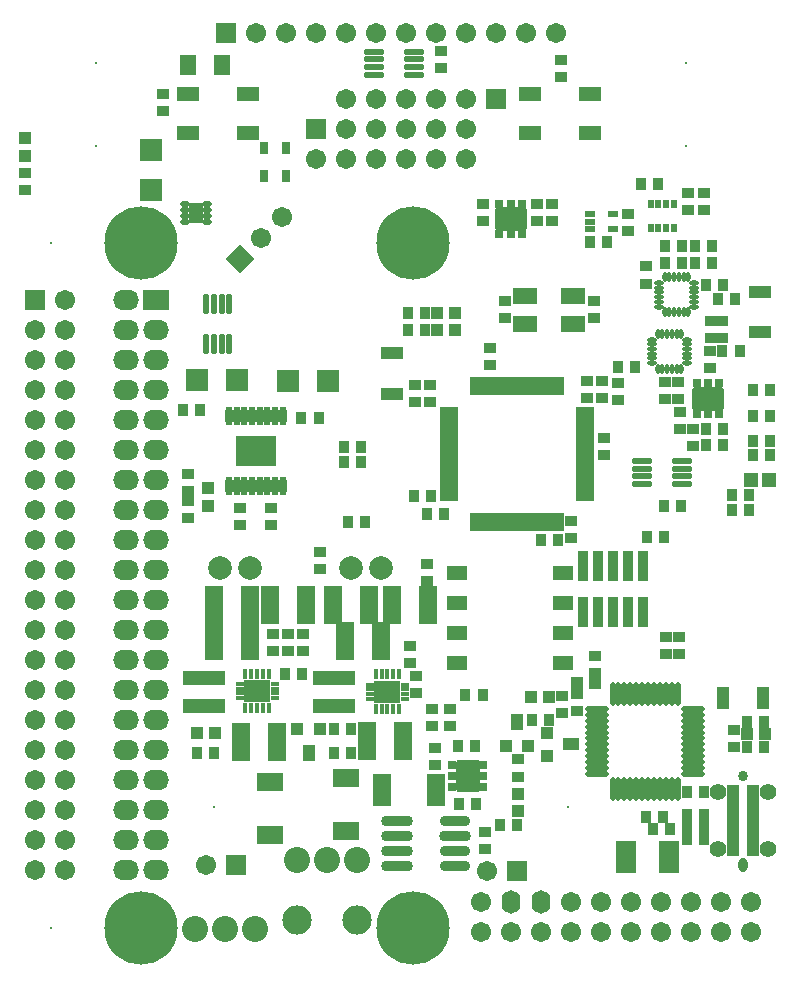
<source format=gts>
G04*
G04 #@! TF.GenerationSoftware,Altium Limited,Altium Designer,21.0.8 (223)*
G04*
G04 Layer_Color=8388736*
%FSLAX25Y25*%
%MOIN*%
G70*
G04*
G04 #@! TF.SameCoordinates,C8F2EFAD-F301-47D2-81E3-A82B1A8C5C35*
G04*
G04*
G04 #@! TF.FilePolarity,Negative*
G04*
G01*
G75*
%ADD87R,0.02850X0.01550*%
%ADD88R,0.03950X0.03950*%
%ADD89R,0.03950X0.03753*%
%ADD90R,0.03753X0.03950*%
%ADD91R,0.06509X0.10839*%
%ADD92R,0.07887X0.05524*%
%ADD93R,0.04737X0.07099*%
G04:AMPARAMS|DCode=94|XSize=17.84mil|YSize=31.62mil|CornerRadius=8.92mil|HoleSize=0mil|Usage=FLASHONLY|Rotation=90.000|XOffset=0mil|YOffset=0mil|HoleType=Round|Shape=RoundedRectangle|*
%AMROUNDEDRECTD94*
21,1,0.01784,0.01378,0,0,90.0*
21,1,0.00000,0.03162,0,0,90.0*
1,1,0.01784,0.00689,0.00000*
1,1,0.01784,0.00689,0.00000*
1,1,0.01784,-0.00689,0.00000*
1,1,0.01784,-0.00689,0.00000*
%
%ADD94ROUNDEDRECTD94*%
%ADD95O,0.01981X0.07099*%
%ADD96R,0.02769X0.02572*%
G04:AMPARAMS|DCode=97|XSize=76.9mil|YSize=106.42mil|CornerRadius=7.45mil|HoleSize=0mil|Usage=FLASHONLY|Rotation=180.000|XOffset=0mil|YOffset=0mil|HoleType=Round|Shape=RoundedRectangle|*
%AMROUNDEDRECTD97*
21,1,0.07690,0.09153,0,0,180.0*
21,1,0.06201,0.10642,0,0,180.0*
1,1,0.01489,-0.03100,0.04577*
1,1,0.01489,0.03100,0.04577*
1,1,0.01489,0.03100,-0.04577*
1,1,0.01489,-0.03100,-0.04577*
%
%ADD97ROUNDEDRECTD97*%
%ADD98R,0.02572X0.02769*%
G04:AMPARAMS|DCode=99|XSize=76.9mil|YSize=106.42mil|CornerRadius=7.45mil|HoleSize=0mil|Usage=FLASHONLY|Rotation=90.000|XOffset=0mil|YOffset=0mil|HoleType=Round|Shape=RoundedRectangle|*
%AMROUNDEDRECTD99*
21,1,0.07690,0.09153,0,0,90.0*
21,1,0.06201,0.10642,0,0,90.0*
1,1,0.01489,0.04577,0.03100*
1,1,0.01489,0.04577,-0.03100*
1,1,0.01489,-0.04577,-0.03100*
1,1,0.01489,-0.04577,0.03100*
%
%ADD99ROUNDEDRECTD99*%
%ADD100O,0.01654X0.03701*%
%ADD101R,0.09016X0.07244*%
%ADD102R,0.13753X0.10288*%
%ADD103O,0.02572X0.06312*%
%ADD104O,0.07099X0.01981*%
%ADD105R,0.03556X0.02375*%
%ADD106R,0.02178X0.02769*%
G04:AMPARAMS|DCode=107|XSize=31.62mil|YSize=17.06mil|CornerRadius=8.53mil|HoleSize=0mil|Usage=FLASHONLY|Rotation=0.000|XOffset=0mil|YOffset=0mil|HoleType=Round|Shape=RoundedRectangle|*
%AMROUNDEDRECTD107*
21,1,0.03162,0.00000,0,0,0.0*
21,1,0.01456,0.01706,0,0,0.0*
1,1,0.01706,0.00728,0.00000*
1,1,0.01706,-0.00728,0.00000*
1,1,0.01706,-0.00728,0.00000*
1,1,0.01706,0.00728,0.00000*
%
%ADD107ROUNDEDRECTD107*%
G04:AMPARAMS|DCode=108|XSize=31.62mil|YSize=17.06mil|CornerRadius=8.53mil|HoleSize=0mil|Usage=FLASHONLY|Rotation=270.000|XOffset=0mil|YOffset=0mil|HoleType=Round|Shape=RoundedRectangle|*
%AMROUNDEDRECTD108*
21,1,0.03162,0.00000,0,0,270.0*
21,1,0.01456,0.01706,0,0,270.0*
1,1,0.01706,0.00000,-0.00728*
1,1,0.01706,0.00000,0.00728*
1,1,0.01706,0.00000,0.00728*
1,1,0.01706,0.00000,-0.00728*
%
%ADD108ROUNDEDRECTD108*%
%ADD109O,0.01981X0.07887*%
%ADD110O,0.07887X0.01981*%
%ADD111R,0.08800X0.06300*%
%ADD112R,0.06706X0.05131*%
%ADD113R,0.03950X0.07493*%
%ADD114R,0.07493X0.03950*%
%ADD115R,0.07200X0.07800*%
%ADD116R,0.04400X0.04400*%
%ADD117R,0.04400X0.05800*%
%ADD118R,0.04400X0.04400*%
%ADD119R,0.05800X0.04400*%
%ADD120R,0.03792X0.10249*%
%ADD121R,0.14200X0.04600*%
%ADD122R,0.04147X0.01981*%
%ADD123R,0.04700X0.04800*%
%ADD124R,0.03950X0.03950*%
%ADD125R,0.02965X0.04147*%
%ADD126R,0.07493X0.04737*%
%ADD127R,0.07493X0.04737*%
%ADD128R,0.05524X0.06706*%
%ADD129R,0.06300X0.11036*%
%ADD130R,0.07800X0.07200*%
%ADD131R,0.06200X0.12800*%
%ADD132R,0.02150X0.06115*%
%ADD133R,0.06115X0.02150*%
%ADD134O,0.10642X0.03556*%
%ADD135O,0.10249X0.03556*%
%ADD136C,0.08674*%
%ADD137C,0.09800*%
%ADD138C,0.06706*%
%ADD139R,0.06706X0.06706*%
%ADD140R,0.06706X0.06706*%
%ADD141C,0.24422*%
%ADD142O,0.08674X0.06706*%
%ADD143R,0.08674X0.06706*%
%ADD144C,0.05524*%
%ADD145C,0.03398*%
%ADD146O,0.03084X0.04737*%
%ADD147C,0.07887*%
%ADD148P,0.09483X4X90.0*%
%ADD149C,0.00800*%
%ADD150O,0.06300X0.07800*%
D87*
X156679Y131620D02*
D03*
Y136370D02*
D03*
Y134795D02*
D03*
Y133207D02*
D03*
X145029D02*
D03*
Y134795D02*
D03*
Y136370D02*
D03*
Y131620D02*
D03*
X113262Y131818D02*
D03*
Y136568D02*
D03*
Y134993D02*
D03*
Y133406D02*
D03*
X101612D02*
D03*
Y134993D02*
D03*
Y136568D02*
D03*
Y131818D02*
D03*
D88*
X219909Y136921D02*
D03*
X214003D02*
D03*
X198817Y132150D02*
D03*
X204723D02*
D03*
X87525Y120240D02*
D03*
X93430D02*
D03*
X167492Y260365D02*
D03*
X173397D02*
D03*
X167465Y254459D02*
D03*
X173370D02*
D03*
X276670Y119707D02*
D03*
X270765D02*
D03*
D89*
X214028Y127494D02*
D03*
Y133203D02*
D03*
X208969Y126908D02*
D03*
Y132616D02*
D03*
X266211Y115520D02*
D03*
Y121228D02*
D03*
X29985Y301047D02*
D03*
Y306756D02*
D03*
X128351Y180575D02*
D03*
Y174866D02*
D03*
X205858Y296578D02*
D03*
Y290869D02*
D03*
X165701Y122504D02*
D03*
Y128213D02*
D03*
X122830Y147514D02*
D03*
Y153222D02*
D03*
X117712D02*
D03*
Y147514D02*
D03*
X112594D02*
D03*
Y153222D02*
D03*
X84205Y200850D02*
D03*
Y206559D02*
D03*
X84214Y197504D02*
D03*
Y191795D02*
D03*
X168797Y347534D02*
D03*
Y341825D02*
D03*
X243601Y152347D02*
D03*
Y146638D02*
D03*
X248017Y152169D02*
D03*
Y146460D02*
D03*
X194244Y111386D02*
D03*
Y105677D02*
D03*
X223000Y218590D02*
D03*
Y212881D02*
D03*
X164085Y176638D02*
D03*
Y170929D02*
D03*
X171561Y122515D02*
D03*
Y128223D02*
D03*
X166656Y115323D02*
D03*
Y109614D02*
D03*
X182649Y290869D02*
D03*
Y296578D02*
D03*
X231000Y293209D02*
D03*
Y287500D02*
D03*
X160500Y133646D02*
D03*
Y139354D02*
D03*
X183456Y81388D02*
D03*
Y87097D02*
D03*
X112157Y189433D02*
D03*
Y195142D02*
D03*
X101528D02*
D03*
Y189433D02*
D03*
X185189Y248636D02*
D03*
Y242927D02*
D03*
X208811Y344597D02*
D03*
Y338888D02*
D03*
X76000Y327646D02*
D03*
Y333354D02*
D03*
X256252Y300260D02*
D03*
Y294551D02*
D03*
X251134Y300260D02*
D03*
Y294551D02*
D03*
X258308Y241784D02*
D03*
Y247493D02*
D03*
X258592Y257534D02*
D03*
Y251825D02*
D03*
X262513Y257534D02*
D03*
Y251825D02*
D03*
X247814Y237213D02*
D03*
Y231504D02*
D03*
X243484Y237213D02*
D03*
Y231504D02*
D03*
X220005Y145954D02*
D03*
Y140245D02*
D03*
X165049Y236087D02*
D03*
Y230378D02*
D03*
X212179Y185102D02*
D03*
Y190811D02*
D03*
X200799Y290911D02*
D03*
Y296619D02*
D03*
X217295Y237646D02*
D03*
Y231937D02*
D03*
X160189Y236087D02*
D03*
Y230378D02*
D03*
X222394Y237465D02*
D03*
Y231756D02*
D03*
X219638Y258509D02*
D03*
Y264218D02*
D03*
X189988Y264245D02*
D03*
Y258537D02*
D03*
X236862Y270021D02*
D03*
Y275729D02*
D03*
X227778Y231120D02*
D03*
Y236829D02*
D03*
X252841Y215740D02*
D03*
Y221449D02*
D03*
X248195Y221545D02*
D03*
Y227253D02*
D03*
X158500Y149139D02*
D03*
Y143430D02*
D03*
D90*
X270666Y115542D02*
D03*
X276375D02*
D03*
X256359Y92801D02*
D03*
X250650D02*
D03*
X236959Y92313D02*
D03*
X242668D02*
D03*
X239373Y88180D02*
D03*
X245082D02*
D03*
X174346Y115909D02*
D03*
X180054D02*
D03*
X137650Y190516D02*
D03*
X143358D02*
D03*
X182531Y132839D02*
D03*
X176823D02*
D03*
X132925Y121500D02*
D03*
X138634D02*
D03*
X138854Y113500D02*
D03*
X133146D02*
D03*
X87376Y113439D02*
D03*
X93085D02*
D03*
X122157Y225087D02*
D03*
X127866D02*
D03*
X241001Y303311D02*
D03*
X235293D02*
D03*
X249190Y282445D02*
D03*
X243482D02*
D03*
X249185Y277023D02*
D03*
X243476D02*
D03*
X262497Y247406D02*
D03*
X268206D02*
D03*
X204625Y124644D02*
D03*
X198916D02*
D03*
X188240Y89464D02*
D03*
X193949D02*
D03*
X278354Y234500D02*
D03*
X272646D02*
D03*
X278354Y213000D02*
D03*
X272646D02*
D03*
X278354Y217500D02*
D03*
X272646D02*
D03*
X278354Y226000D02*
D03*
X272646D02*
D03*
X163523Y260365D02*
D03*
X157814D02*
D03*
X163472Y254459D02*
D03*
X157763D02*
D03*
X237384Y185424D02*
D03*
X243093D02*
D03*
X227646Y242144D02*
D03*
X233354D02*
D03*
X276409Y123904D02*
D03*
X270700D02*
D03*
X88437Y227917D02*
D03*
X82728D02*
D03*
X136469Y210398D02*
D03*
X142177D02*
D03*
X180347Y96520D02*
D03*
X174639D02*
D03*
X122492Y139807D02*
D03*
X116783D02*
D03*
X136469Y215516D02*
D03*
X142177D02*
D03*
X224176Y284020D02*
D03*
X218467D02*
D03*
X262729Y269406D02*
D03*
X257020D02*
D03*
X258935Y282445D02*
D03*
X253226D02*
D03*
X258935Y277023D02*
D03*
X253226D02*
D03*
X257020Y221449D02*
D03*
X262729D02*
D03*
X257020Y216344D02*
D03*
X262729D02*
D03*
X250646Y100605D02*
D03*
X256354D02*
D03*
X250650Y84927D02*
D03*
X256359D02*
D03*
X250650Y88864D02*
D03*
X256359D02*
D03*
X271311Y194534D02*
D03*
X265602D02*
D03*
X271311Y199374D02*
D03*
X265602D02*
D03*
X163893Y193181D02*
D03*
X169601D02*
D03*
X260911Y264908D02*
D03*
X266620D02*
D03*
X242968Y195964D02*
D03*
X248676D02*
D03*
X207788Y184435D02*
D03*
X202080D02*
D03*
X165508Y199079D02*
D03*
X159799D02*
D03*
D91*
X244854Y78705D02*
D03*
X230287D02*
D03*
D92*
X212551Y256461D02*
D03*
X196803D02*
D03*
X212551Y265909D02*
D03*
X196803D02*
D03*
D93*
X86961Y293440D02*
D03*
D94*
X83220Y296393D02*
D03*
Y294425D02*
D03*
Y292456D02*
D03*
Y290488D02*
D03*
X90701D02*
D03*
Y292456D02*
D03*
Y294425D02*
D03*
Y296393D02*
D03*
D95*
X90506Y249768D02*
D03*
X93065D02*
D03*
X95624D02*
D03*
X98184D02*
D03*
X90506Y263154D02*
D03*
X93065D02*
D03*
X95624D02*
D03*
X98184D02*
D03*
D96*
X182649Y105807D02*
D03*
X172413Y105807D02*
D03*
Y109547D02*
D03*
X182649Y102067D02*
D03*
Y109547D02*
D03*
X172413Y102067D02*
D03*
D97*
X177531Y105807D02*
D03*
D98*
X191882Y286440D02*
D03*
X191882Y296676D02*
D03*
X195622D02*
D03*
X188142Y286440D02*
D03*
X195622D02*
D03*
X188142Y296676D02*
D03*
X257694Y236758D02*
D03*
X257694Y226522D02*
D03*
X253954D02*
D03*
X261434Y236758D02*
D03*
X253954D02*
D03*
X261434Y226522D02*
D03*
D99*
X191882Y291558D02*
D03*
X257694Y231640D02*
D03*
D100*
X146917Y128187D02*
D03*
X148886D02*
D03*
X150854D02*
D03*
X152823D02*
D03*
X154791D02*
D03*
Y139802D02*
D03*
X152823D02*
D03*
X150854D02*
D03*
X148886D02*
D03*
X146917D02*
D03*
X103500Y128386D02*
D03*
X105468D02*
D03*
X107437D02*
D03*
X109406D02*
D03*
X111374D02*
D03*
Y140000D02*
D03*
X109406D02*
D03*
X107437D02*
D03*
X105468D02*
D03*
X103500D02*
D03*
D101*
X150854Y133994D02*
D03*
X107437Y134193D02*
D03*
D102*
X106996Y214135D02*
D03*
D103*
X98040Y202521D02*
D03*
X100599D02*
D03*
X103158D02*
D03*
X105717D02*
D03*
X108276D02*
D03*
X110835D02*
D03*
X113394D02*
D03*
X115953D02*
D03*
X98040Y225750D02*
D03*
X100599D02*
D03*
X103158D02*
D03*
X105717D02*
D03*
X108276D02*
D03*
X110835D02*
D03*
X113394D02*
D03*
X115953D02*
D03*
D104*
X159693Y339592D02*
D03*
Y342151D02*
D03*
Y344710D02*
D03*
Y347269D02*
D03*
X146307Y339592D02*
D03*
Y342151D02*
D03*
Y344710D02*
D03*
Y347269D02*
D03*
X249193Y203161D02*
D03*
Y205720D02*
D03*
Y208279D02*
D03*
Y210839D02*
D03*
X235807Y203161D02*
D03*
Y205720D02*
D03*
Y208279D02*
D03*
Y210839D02*
D03*
D105*
X225892Y288056D02*
D03*
Y293174D02*
D03*
X218411D02*
D03*
Y290615D02*
D03*
Y288056D02*
D03*
D106*
X243752Y288548D02*
D03*
X246311D02*
D03*
X238634D02*
D03*
X241193D02*
D03*
Y296619D02*
D03*
X238634D02*
D03*
X246311D02*
D03*
X243752D02*
D03*
D107*
X241290Y262367D02*
D03*
Y263942D02*
D03*
Y265517D02*
D03*
Y267091D02*
D03*
Y268666D02*
D03*
Y270241D02*
D03*
X253102D02*
D03*
Y268666D02*
D03*
Y267091D02*
D03*
Y265517D02*
D03*
Y263942D02*
D03*
Y262367D02*
D03*
X250740Y243468D02*
D03*
Y245043D02*
D03*
Y246619D02*
D03*
Y248193D02*
D03*
Y249767D02*
D03*
Y251343D02*
D03*
X238928D02*
D03*
Y249767D02*
D03*
Y248193D02*
D03*
Y246619D02*
D03*
Y245043D02*
D03*
Y243468D02*
D03*
D108*
X243260Y272210D02*
D03*
X244834D02*
D03*
X246410D02*
D03*
X247983D02*
D03*
X249558D02*
D03*
X251133D02*
D03*
Y260398D02*
D03*
X249558D02*
D03*
X247983D02*
D03*
X246410D02*
D03*
X244834D02*
D03*
X243260D02*
D03*
X240897Y241499D02*
D03*
X242472D02*
D03*
X244047D02*
D03*
X245621D02*
D03*
X247196D02*
D03*
X248771D02*
D03*
Y253311D02*
D03*
X247196D02*
D03*
X245621D02*
D03*
X244047D02*
D03*
X242472D02*
D03*
X240897D02*
D03*
D109*
X247538Y101445D02*
D03*
X245570D02*
D03*
X243601D02*
D03*
X241633D02*
D03*
X239664D02*
D03*
X237696D02*
D03*
X235727D02*
D03*
X233759D02*
D03*
X231790D02*
D03*
X229822D02*
D03*
X227853D02*
D03*
X225885D02*
D03*
Y133335D02*
D03*
X227853D02*
D03*
X229822D02*
D03*
X231790D02*
D03*
X233759D02*
D03*
X235727D02*
D03*
X237696D02*
D03*
X239664D02*
D03*
X241633D02*
D03*
X243601D02*
D03*
X245570D02*
D03*
X247538D02*
D03*
D110*
X220767Y106563D02*
D03*
Y108531D02*
D03*
Y110500D02*
D03*
Y112469D02*
D03*
Y114437D02*
D03*
Y116405D02*
D03*
Y118374D02*
D03*
Y120343D02*
D03*
Y122311D02*
D03*
Y124279D02*
D03*
Y126248D02*
D03*
Y128217D02*
D03*
X252656D02*
D03*
Y126248D02*
D03*
Y124279D02*
D03*
Y122311D02*
D03*
Y120343D02*
D03*
Y118374D02*
D03*
Y116405D02*
D03*
Y114437D02*
D03*
Y112469D02*
D03*
Y110500D02*
D03*
Y108531D02*
D03*
Y106563D02*
D03*
D111*
X111761Y103883D02*
D03*
Y86083D02*
D03*
X137000Y105235D02*
D03*
Y87435D02*
D03*
D112*
X174165Y173429D02*
D03*
X209205D02*
D03*
X174165Y163429D02*
D03*
X209205D02*
D03*
X174165Y153429D02*
D03*
X209205D02*
D03*
X174165Y143429D02*
D03*
X209205D02*
D03*
D113*
X276055Y131891D02*
D03*
X262669D02*
D03*
D114*
X152243Y233331D02*
D03*
Y246717D02*
D03*
X275000Y267091D02*
D03*
Y253705D02*
D03*
D115*
X131100Y237500D02*
D03*
X117700D02*
D03*
X87300Y238000D02*
D03*
X100700D02*
D03*
D116*
X120852Y121592D02*
D03*
X128351D02*
D03*
X197845Y115776D02*
D03*
X190345D02*
D03*
D117*
X124601Y113593D02*
D03*
X194095Y123776D02*
D03*
D118*
X203927Y112690D02*
D03*
Y120190D02*
D03*
D119*
X211927Y116440D02*
D03*
D120*
X216000Y175854D02*
D03*
X221000D02*
D03*
X226000D02*
D03*
X231000D02*
D03*
X236000D02*
D03*
Y160500D02*
D03*
X231000D02*
D03*
X226000D02*
D03*
X221000D02*
D03*
X216000D02*
D03*
D121*
X133138Y129370D02*
D03*
Y138670D02*
D03*
X89736Y129370D02*
D03*
Y138670D02*
D03*
D122*
X266094Y101959D02*
D03*
Y99991D02*
D03*
Y98022D02*
D03*
Y96054D02*
D03*
Y94085D02*
D03*
Y92117D02*
D03*
Y90148D02*
D03*
Y88180D02*
D03*
Y86211D02*
D03*
Y84243D02*
D03*
Y82274D02*
D03*
Y80306D02*
D03*
X272630D02*
D03*
Y82274D02*
D03*
Y84243D02*
D03*
Y86211D02*
D03*
Y88180D02*
D03*
Y90148D02*
D03*
Y92117D02*
D03*
Y94085D02*
D03*
Y96054D02*
D03*
Y98022D02*
D03*
Y99991D02*
D03*
Y101959D02*
D03*
D123*
X278000Y204669D02*
D03*
X272000D02*
D03*
D124*
X29985Y318519D02*
D03*
Y312613D02*
D03*
X90898Y201933D02*
D03*
Y196028D02*
D03*
X194244Y99965D02*
D03*
Y94059D02*
D03*
D125*
X117043Y315207D02*
D03*
Y305758D02*
D03*
X109587Y315305D02*
D03*
Y305856D02*
D03*
D126*
X198500Y333272D02*
D03*
X218500D02*
D03*
X84500D02*
D03*
X104500D02*
D03*
D127*
X198500Y320272D02*
D03*
X218500D02*
D03*
X84500D02*
D03*
X104500D02*
D03*
D128*
X84402Y343013D02*
D03*
X95819D02*
D03*
D129*
X166900Y101209D02*
D03*
X149100D02*
D03*
D130*
X72000Y314700D02*
D03*
Y301300D02*
D03*
D131*
X164220Y162760D02*
D03*
X152220D02*
D03*
X132755Y162760D02*
D03*
X144755D02*
D03*
X136587Y150924D02*
D03*
X148587D02*
D03*
X156000Y117500D02*
D03*
X144000D02*
D03*
X93185Y150924D02*
D03*
X105185D02*
D03*
X123761Y162760D02*
D03*
X111761D02*
D03*
X93165D02*
D03*
X105165D02*
D03*
X113886Y117292D02*
D03*
X101886D02*
D03*
D132*
X208811Y235791D02*
D03*
X206842D02*
D03*
X204874D02*
D03*
X202906D02*
D03*
X200937D02*
D03*
X198969D02*
D03*
X197000D02*
D03*
X195031D02*
D03*
X193063D02*
D03*
X191095D02*
D03*
X189126D02*
D03*
X187157D02*
D03*
X185189D02*
D03*
X183221D02*
D03*
X181252D02*
D03*
X179283D02*
D03*
Y190516D02*
D03*
X181252D02*
D03*
X183221D02*
D03*
X185189D02*
D03*
X187157D02*
D03*
X189126D02*
D03*
X191095D02*
D03*
X193063D02*
D03*
X195031D02*
D03*
X197000D02*
D03*
X198969D02*
D03*
X200937D02*
D03*
X202906D02*
D03*
X204874D02*
D03*
X206842D02*
D03*
X208811D02*
D03*
D133*
X171409Y227917D02*
D03*
Y225949D02*
D03*
Y223980D02*
D03*
Y222012D02*
D03*
Y220043D02*
D03*
Y218075D02*
D03*
Y216106D02*
D03*
Y214138D02*
D03*
Y212169D02*
D03*
Y210201D02*
D03*
Y208232D02*
D03*
Y206264D02*
D03*
Y204295D02*
D03*
Y202327D02*
D03*
Y200358D02*
D03*
Y198390D02*
D03*
X216685D02*
D03*
Y200358D02*
D03*
Y202327D02*
D03*
Y204295D02*
D03*
Y206264D02*
D03*
Y208232D02*
D03*
Y210201D02*
D03*
Y216106D02*
D03*
Y218075D02*
D03*
Y220043D02*
D03*
Y222012D02*
D03*
Y223980D02*
D03*
Y225949D02*
D03*
Y227917D02*
D03*
Y212169D02*
D03*
Y214138D02*
D03*
D134*
X154087Y85732D02*
D03*
Y90732D02*
D03*
X173378Y85732D02*
D03*
X154087Y75732D02*
D03*
Y80732D02*
D03*
D135*
X173378Y75732D02*
D03*
Y80732D02*
D03*
Y90732D02*
D03*
D136*
X120661Y78035D02*
D03*
X130661D02*
D03*
X140661D02*
D03*
X96803Y54886D02*
D03*
X106803D02*
D03*
X86803D02*
D03*
D137*
X120661Y58035D02*
D03*
X140661D02*
D03*
D138*
X43500Y74500D02*
D03*
X33500D02*
D03*
Y254500D02*
D03*
Y234500D02*
D03*
Y84500D02*
D03*
Y224500D02*
D03*
Y214500D02*
D03*
Y204500D02*
D03*
Y194500D02*
D03*
Y184500D02*
D03*
Y244500D02*
D03*
Y174500D02*
D03*
Y164500D02*
D03*
Y154500D02*
D03*
Y144500D02*
D03*
X33500Y134500D02*
D03*
X33500Y124500D02*
D03*
Y114500D02*
D03*
Y104500D02*
D03*
Y94500D02*
D03*
X43500D02*
D03*
Y104500D02*
D03*
Y114500D02*
D03*
Y124500D02*
D03*
X43500Y134500D02*
D03*
X43500Y144500D02*
D03*
Y154500D02*
D03*
Y164500D02*
D03*
Y174500D02*
D03*
Y244500D02*
D03*
Y184500D02*
D03*
Y194500D02*
D03*
Y204500D02*
D03*
Y214500D02*
D03*
Y224500D02*
D03*
Y84500D02*
D03*
Y234500D02*
D03*
Y254500D02*
D03*
Y264500D02*
D03*
X90478Y76146D02*
D03*
X177000Y311600D02*
D03*
Y321600D02*
D03*
X157000Y311600D02*
D03*
Y321600D02*
D03*
X127000Y311600D02*
D03*
X137000Y321600D02*
D03*
Y311600D02*
D03*
X147000Y321600D02*
D03*
Y311600D02*
D03*
X167000D02*
D03*
Y321600D02*
D03*
X184100Y74100D02*
D03*
X117000Y353500D02*
D03*
X187000D02*
D03*
X177000D02*
D03*
X167000D02*
D03*
X157000D02*
D03*
X147000D02*
D03*
X137000D02*
D03*
X127000D02*
D03*
X107000D02*
D03*
X197000D02*
D03*
X207000D02*
D03*
X167000Y331700D02*
D03*
X137000D02*
D03*
X147000D02*
D03*
X157000D02*
D03*
X177000D02*
D03*
X115839Y292212D02*
D03*
X108768Y285140D02*
D03*
X262050Y54000D02*
D03*
Y64000D02*
D03*
X272050Y54000D02*
D03*
Y64000D02*
D03*
X242050Y54000D02*
D03*
Y64000D02*
D03*
X252050Y54000D02*
D03*
Y64000D02*
D03*
X222050Y54000D02*
D03*
Y64000D02*
D03*
X232050Y54000D02*
D03*
Y64000D02*
D03*
X202050Y54000D02*
D03*
X212050D02*
D03*
Y64000D02*
D03*
X192050Y54000D02*
D03*
X182050Y64000D02*
D03*
Y54000D02*
D03*
D139*
X33500Y264500D02*
D03*
D140*
X100478Y76146D02*
D03*
X127000Y321600D02*
D03*
X194100Y74100D02*
D03*
X97000Y353500D02*
D03*
X187000Y331700D02*
D03*
D141*
X68713Y55262D02*
D03*
X159264Y55262D02*
D03*
Y283608D02*
D03*
X68713D02*
D03*
D142*
X63850Y74435D02*
D03*
Y84435D02*
D03*
Y94435D02*
D03*
Y104435D02*
D03*
Y114435D02*
D03*
Y124435D02*
D03*
Y134435D02*
D03*
Y144435D02*
D03*
Y154435D02*
D03*
Y164435D02*
D03*
Y174435D02*
D03*
Y184435D02*
D03*
Y194435D02*
D03*
Y204435D02*
D03*
Y214435D02*
D03*
Y224435D02*
D03*
Y234435D02*
D03*
Y244435D02*
D03*
Y254435D02*
D03*
Y264435D02*
D03*
X73850Y74435D02*
D03*
Y84435D02*
D03*
Y94435D02*
D03*
Y104435D02*
D03*
Y114435D02*
D03*
Y124435D02*
D03*
Y134435D02*
D03*
Y144435D02*
D03*
Y154435D02*
D03*
Y164435D02*
D03*
Y174435D02*
D03*
Y184435D02*
D03*
Y194435D02*
D03*
Y204435D02*
D03*
Y214435D02*
D03*
Y224435D02*
D03*
Y234435D02*
D03*
Y244435D02*
D03*
Y254435D02*
D03*
D143*
Y264435D02*
D03*
D144*
X260898Y81684D02*
D03*
Y100582D02*
D03*
X277827Y81684D02*
D03*
Y100582D02*
D03*
D145*
X269362Y105896D02*
D03*
D146*
Y76369D02*
D03*
D147*
X148587Y175358D02*
D03*
X138744D02*
D03*
X104933D02*
D03*
X95091D02*
D03*
D148*
X101697Y278069D02*
D03*
D149*
X38811Y55262D02*
D03*
Y283609D02*
D03*
X250430Y343410D02*
D03*
X210976Y95380D02*
D03*
X53570Y343410D02*
D03*
X92866Y95380D02*
D03*
X53570Y315851D02*
D03*
X250430D02*
D03*
D150*
X202050Y64000D02*
D03*
X192050D02*
D03*
M02*

</source>
